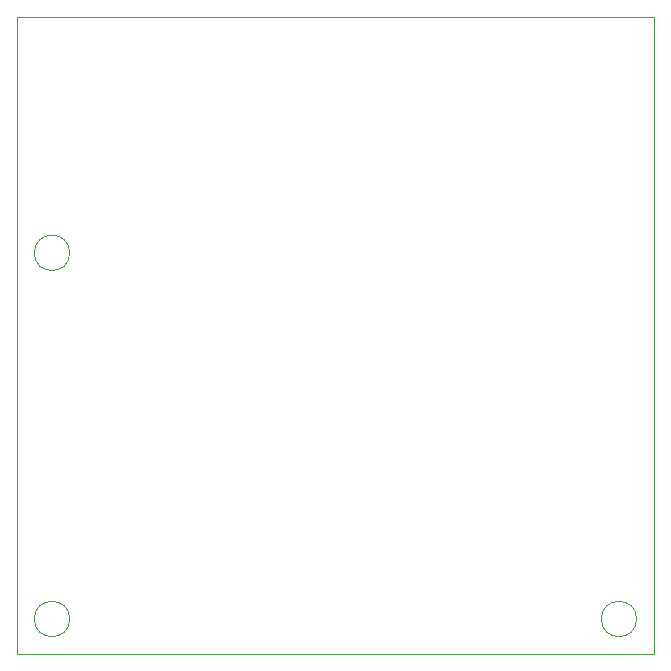
<source format=gbr>
%TF.GenerationSoftware,KiCad,Pcbnew,6.0.7+dfsg-1~bpo11+1*%
%TF.CreationDate,2022-10-12T23:44:01+02:00*%
%TF.ProjectId,rib8in_00,72696238-696e-45f3-9030-2e6b69636164,rev?*%
%TF.SameCoordinates,Original*%
%TF.FileFunction,Profile,NP*%
%FSLAX46Y46*%
G04 Gerber Fmt 4.6, Leading zero omitted, Abs format (unit mm)*
G04 Created by KiCad (PCBNEW 6.0.7+dfsg-1~bpo11+1) date 2022-10-12 23:44:01*
%MOMM*%
%LPD*%
G01*
G04 APERTURE LIST*
%TA.AperFunction,Profile*%
%ADD10C,0.100000*%
%TD*%
G04 APERTURE END LIST*
D10*
X128500000Y-86000000D02*
G75*
G03*
X128500000Y-86000000I-1500000J0D01*
G01*
X128500000Y-117000000D02*
G75*
G03*
X128500000Y-117000000I-1500000J0D01*
G01*
X124000000Y-120000000D02*
X178000000Y-120000000D01*
X178000000Y-120000000D02*
X178000000Y-66000000D01*
X178000000Y-66000000D02*
X124000000Y-66000000D01*
X124000000Y-66000000D02*
X124000000Y-120000000D01*
X176500000Y-117000000D02*
G75*
G03*
X176500000Y-117000000I-1500000J0D01*
G01*
M02*

</source>
